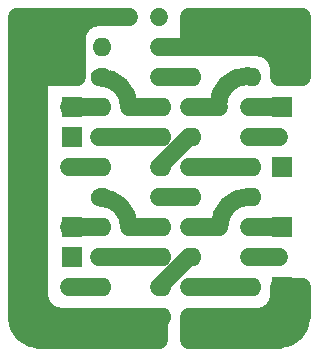
<source format=gbr>
%TF.GenerationSoftware,KiCad,Pcbnew,7.0.5*%
%TF.CreationDate,2024-10-08T16:21:25-04:00*%
%TF.ProjectId,74hc574_to_74ls273_converter,37346863-3537-4345-9f74-6f5f37346c73,rev?*%
%TF.SameCoordinates,Original*%
%TF.FileFunction,Copper,L2,Bot*%
%TF.FilePolarity,Positive*%
%FSLAX46Y46*%
G04 Gerber Fmt 4.6, Leading zero omitted, Abs format (unit mm)*
G04 Created by KiCad (PCBNEW 7.0.5) date 2024-10-08 16:21:25*
%MOMM*%
%LPD*%
G01*
G04 APERTURE LIST*
%TA.AperFunction,NonConductor*%
%ADD10C,1.500000*%
%TD*%
%TA.AperFunction,ComponentPad*%
%ADD11R,1.700000X1.700000*%
%TD*%
%TA.AperFunction,ComponentPad*%
%ADD12R,1.600000X1.600000*%
%TD*%
%TA.AperFunction,ComponentPad*%
%ADD13O,1.600000X1.600000*%
%TD*%
%TA.AperFunction,Conductor*%
%ADD14C,1.500000*%
%TD*%
G04 APERTURE END LIST*
D10*
X1665317Y-27309083D02*
G75*
G03*
X3570299Y-29214083I1904983J-17D01*
G01*
X13734470Y-1889470D02*
X13750000Y-1905000D01*
X8670000Y-1905000D02*
G75*
G03*
X6765000Y-3810000I0J-1905000D01*
G01*
X21356771Y-17105947D02*
G75*
G03*
X18860847Y-19601886I29J-2495953D01*
G01*
X13750000Y-19685000D02*
X11210000Y-19685000D01*
X18830000Y-9525000D02*
X16290000Y-9525000D01*
X13750000Y-9525000D02*
X11210000Y-9525000D01*
X11210024Y-19685000D02*
G75*
G03*
X8714076Y-17189076I-2495924J0D01*
G01*
X18830000Y-19685000D02*
X16290000Y-19685000D01*
X21229885Y-6888961D02*
G75*
G03*
X18733961Y-9384884I15J-2495939D01*
G01*
X23898082Y-6364418D02*
G75*
G03*
X21993053Y-4459418I-1904982J18D01*
G01*
X11202510Y-9502214D02*
G75*
G03*
X8706551Y-7006290I-2495910J14D01*
G01*
X22005000Y-27306200D02*
G75*
G03*
X23910000Y-25401235I0J1905000D01*
G01*
X3579596Y-25376704D02*
G75*
G03*
X5484588Y-27281704I1905004J4D01*
G01*
X23907641Y-29192041D02*
G75*
G03*
X25812641Y-27287023I-41J1905041D01*
G01*
D11*
%TO.P,J1,1,Pin_1*%
%TO.N,/d1*%
X6350000Y-9525000D03*
%TD*%
%TO.P,J8,1,Pin_1*%
%TO.N,/d7*%
X24130000Y-24765000D03*
%TD*%
D12*
%TO.P,U1,1,OE*%
%TO.N,/MR*%
X21590000Y-4445000D03*
D13*
%TO.P,U1,2,D0*%
%TO.N,/d0*%
X21590000Y-6985000D03*
%TO.P,U1,3,D1*%
%TO.N,/d1*%
X21590000Y-9525000D03*
%TO.P,U1,4,D2*%
%TO.N,/d2*%
X21590000Y-12065000D03*
%TO.P,U1,5,D3*%
%TO.N,/d3*%
X21590000Y-14605000D03*
%TO.P,U1,6,D4*%
%TO.N,/d4*%
X21590000Y-17145000D03*
%TO.P,U1,7,D5*%
%TO.N,/d5*%
X21590000Y-19685000D03*
%TO.P,U1,8,D6*%
%TO.N,/d6*%
X21590000Y-22225000D03*
%TO.P,U1,9,D7*%
%TO.N,/d7*%
X21590000Y-24765000D03*
%TO.P,U1,10,GND*%
%TO.N,GND*%
X21590000Y-27305000D03*
%TO.P,U1,11,Cp*%
%TO.N,/CLK*%
X13970000Y-27305000D03*
%TO.P,U1,12,Q7*%
%TO.N,/q7*%
X13970000Y-24765000D03*
%TO.P,U1,13,Q6*%
%TO.N,/q6*%
X13970000Y-22225000D03*
%TO.P,U1,14,Q5*%
%TO.N,/q5*%
X13970000Y-19685000D03*
%TO.P,U1,15,Q4*%
%TO.N,/q4*%
X13970000Y-17145000D03*
%TO.P,U1,16,Q3*%
%TO.N,/q3*%
X13970000Y-14605000D03*
%TO.P,U1,17,Q2*%
%TO.N,/q2*%
X13970000Y-12065000D03*
%TO.P,U1,18,Q1*%
%TO.N,/q1*%
X13970000Y-9525000D03*
%TO.P,U1,19,Q0*%
%TO.N,/q0*%
X13970000Y-6985000D03*
%TO.P,U1,20,VCC*%
%TO.N,+5V*%
X13970000Y-4445000D03*
%TD*%
D11*
%TO.P,J4,1,Pin_1*%
%TO.N,/d7*%
X6350000Y-22225000D03*
%TD*%
%TO.P,J3,1,Pin_1*%
%TO.N,/d5*%
X6350000Y-19685000D03*
%TD*%
%TO.P,J5,1,Pin_1*%
%TO.N,/d1*%
X24130000Y-9525000D03*
%TD*%
%TO.P,J6,1,Pin_1*%
%TO.N,/d3*%
X24130000Y-14605000D03*
%TD*%
%TO.P,J2,1,Pin_1*%
%TO.N,/d3*%
X6350000Y-12065000D03*
%TD*%
D12*
%TO.P,U2,1,~{Mr}*%
%TO.N,+5V*%
X16510000Y-4445000D03*
D13*
%TO.P,U2,2,Q0*%
%TO.N,/q0*%
X16510000Y-6985000D03*
%TO.P,U2,3,D0*%
%TO.N,/d0*%
X16510000Y-9525000D03*
%TO.P,U2,4,D1*%
%TO.N,/d2*%
X16510000Y-12065000D03*
%TO.P,U2,5,Q1*%
%TO.N,/q2*%
X16510000Y-14605000D03*
%TO.P,U2,6,Q2*%
%TO.N,/q4*%
X16510000Y-17145000D03*
%TO.P,U2,7,D2*%
%TO.N,/d4*%
X16510000Y-19685000D03*
%TO.P,U2,8,D3*%
%TO.N,/d6*%
X16510000Y-22225000D03*
%TO.P,U2,9,Q3*%
%TO.N,/q6*%
X16510000Y-24765000D03*
%TO.P,U2,10,GND*%
%TO.N,GND*%
X16510000Y-27305000D03*
%TO.P,U2,11,Cp*%
%TO.N,/CLK*%
X8890000Y-27305000D03*
%TO.P,U2,12,Q4*%
%TO.N,/q7*%
X8890000Y-24765000D03*
%TO.P,U2,13,D4*%
%TO.N,/d7*%
X8890000Y-22225000D03*
%TO.P,U2,14,D5*%
%TO.N,/d5*%
X8890000Y-19685000D03*
%TO.P,U2,15,Q5*%
%TO.N,/q5*%
X8890000Y-17145000D03*
%TO.P,U2,16,Q6*%
%TO.N,/q3*%
X8890000Y-14605000D03*
%TO.P,U2,17,D6*%
%TO.N,/d3*%
X8890000Y-12065000D03*
%TO.P,U2,18,D7*%
%TO.N,/d1*%
X8890000Y-9525000D03*
%TO.P,U2,19,Q7*%
%TO.N,/q1*%
X8890000Y-6985000D03*
%TO.P,U2,20,VCC*%
%TO.N,+5V*%
X8890000Y-4445000D03*
%TD*%
D11*
%TO.P,J7,1,Pin_1*%
%TO.N,/d5*%
X24130000Y-19685000D03*
%TD*%
D14*
%TO.N,/CLK*%
X7455073Y-28519927D02*
X3534927Y-28519927D01*
X11210000Y-27305000D02*
X12480000Y-27305000D01*
X2955000Y-21590000D02*
X3590000Y-22225000D01*
X6765000Y-1905000D02*
X11210000Y-1905000D01*
X3590000Y-3175000D02*
X3590000Y-1905000D01*
X11210000Y-28575000D02*
X10575000Y-29210000D01*
X2955000Y-1905000D02*
X3590000Y-1905000D01*
X6765000Y-1905000D02*
X6765000Y-6985000D01*
X3590000Y-3175000D02*
X6765000Y-3175000D01*
X3590000Y-6985000D02*
X6765000Y-6985000D01*
X2320000Y-27305000D02*
X1685000Y-27305000D01*
X8670000Y-27305000D02*
X7455073Y-28519927D01*
X3590000Y-6985000D02*
X3590000Y-5715000D01*
X3590000Y-4445000D02*
X3590000Y-3175000D01*
X3590000Y-4445000D02*
X6765000Y-4445000D01*
X8670000Y-27305000D02*
X3590000Y-27305000D01*
X3590000Y-1905000D02*
X6765000Y-1905000D01*
X3590000Y-22225000D02*
X3590000Y-6985000D01*
X3590000Y-5715000D02*
X6765000Y-5715000D01*
X10575000Y-29210000D02*
X12480000Y-29210000D01*
X8670000Y-29210000D02*
X9940000Y-29210000D01*
X12480000Y-27305000D02*
X12480000Y-29210000D01*
X4860000Y-29210000D02*
X3590000Y-29210000D01*
X3590000Y-5715000D02*
X3590000Y-4445000D01*
X2955000Y-26670000D02*
X3590000Y-27305000D01*
X8670000Y-27305000D02*
X8670000Y-29210000D01*
X12480000Y-27305000D02*
X13750000Y-27305000D01*
X2955000Y-1905000D02*
X2955000Y-21590000D01*
X9940000Y-27305000D02*
X9940000Y-29210000D01*
X1685000Y-22225000D02*
X1685000Y-27305000D01*
X11210000Y-27305000D02*
X11210000Y-28575000D01*
X1685000Y-1905000D02*
X2955000Y-1905000D01*
X13750000Y-27305000D02*
X13750000Y-29210000D01*
X3534927Y-28519927D02*
X2320000Y-27305000D01*
X3590000Y-22225000D02*
X1685000Y-22225000D01*
X3590000Y-27305000D02*
X3590000Y-22225000D01*
X8670000Y-29210000D02*
X4860000Y-29210000D01*
X9940000Y-27305000D02*
X11210000Y-27305000D01*
X9940000Y-29210000D02*
X10575000Y-29210000D01*
X1685000Y-22225000D02*
X1685000Y-1905000D01*
X8670000Y-27305000D02*
X9940000Y-27305000D01*
X12480000Y-29210000D02*
X13750000Y-29210000D01*
X2955000Y-21590000D02*
X2955000Y-26670000D01*
X3590000Y-27305000D02*
X2320000Y-27305000D01*
X25180000Y-24765000D02*
X25815000Y-24765000D01*
X18830000Y-29210000D02*
X20100000Y-29210000D01*
X24525114Y-27932167D02*
X24565931Y-27886093D01*
X21370000Y-27305000D02*
X23910000Y-27305000D01*
X25815000Y-27305000D02*
X25815000Y-24765000D01*
X23910000Y-27305000D02*
X23910000Y-24765000D01*
X20263757Y-28103757D02*
X22529380Y-28103757D01*
X23910000Y-24765000D02*
X25180000Y-24765000D01*
X23044181Y-28827444D02*
X23195628Y-28770005D01*
X23910000Y-29210000D02*
X23910000Y-28542024D01*
X20100000Y-27305000D02*
X21370000Y-27305000D01*
X20100000Y-29210000D02*
X21370000Y-29210000D01*
X20100000Y-27305000D02*
X20100000Y-29210000D01*
X18830000Y-27305000D02*
X20100000Y-27305000D01*
X16290000Y-27305000D02*
X16290000Y-29210000D01*
X16290000Y-27305000D02*
X17560000Y-27305000D01*
X25180000Y-27272024D02*
X24479025Y-27972999D01*
X22529380Y-28103757D02*
X23195628Y-28770005D01*
X22620262Y-28931934D02*
X23044181Y-28827444D01*
X21370000Y-29210000D02*
X23910000Y-29210000D01*
X20263757Y-28103757D02*
X20263757Y-27314750D01*
X17560000Y-27305000D02*
X17560000Y-29210000D01*
X23910000Y-28542024D02*
X24479025Y-27972999D01*
X21648066Y-28931934D02*
X22620262Y-28931934D01*
X25180000Y-24765000D02*
X25180000Y-27272024D01*
X16290000Y-29210000D02*
X17560000Y-29210000D01*
X21370000Y-29210000D02*
X21648066Y-28931934D01*
X17560000Y-29210000D02*
X18830000Y-29210000D01*
X24479025Y-27972999D02*
X24525114Y-27932167D01*
X18830000Y-27305000D02*
X18830000Y-29210000D01*
X17560000Y-27305000D02*
X18830000Y-27305000D01*
%TO.N,+5V*%
X23910000Y-4445000D02*
X21370000Y-4445000D01*
X25815000Y-3175000D02*
X25815000Y-6985000D01*
X23910000Y-3175000D02*
X23910000Y-1905000D01*
X23910000Y-6985000D02*
X23910000Y-4445000D01*
X23910000Y-4445000D02*
X23910000Y-3175000D01*
X25815000Y-6985000D02*
X24545000Y-6985000D01*
X16290000Y-4445000D02*
X21370000Y-4445000D01*
X25815000Y-1905000D02*
X25815000Y-3175000D01*
X16290000Y-1905000D02*
X16290000Y-4445000D01*
X23910000Y-3175000D02*
X17560000Y-3175000D01*
X24545000Y-6985000D02*
X23910000Y-6985000D01*
X23910000Y-1905000D02*
X16290000Y-1905000D01*
X16290000Y-4445000D02*
X13750000Y-4445000D01*
X24545000Y-3810000D02*
X23910000Y-3175000D01*
X25815000Y-3175000D02*
X23910000Y-3175000D01*
X24545000Y-6985000D02*
X24545000Y-3810000D01*
X23910000Y-1905000D02*
X25815000Y-1905000D01*
%TO.N,/d1*%
X6130000Y-9525000D02*
X8670000Y-9525000D01*
X23910000Y-9525000D02*
X21370000Y-9525000D01*
%TO.N,/d2*%
X8670000Y-12065000D02*
X13750000Y-12065000D01*
X21370000Y-12065000D02*
X23910000Y-12065000D01*
%TO.N,/q3*%
X6130000Y-14605000D02*
X8670000Y-14605000D01*
%TO.N,/d5*%
X23910000Y-19685000D02*
X21370000Y-19685000D01*
X6130000Y-19685000D02*
X8670000Y-19685000D01*
%TO.N,/d6*%
X8670000Y-22225000D02*
X13750000Y-22225000D01*
%TO.N,/q7*%
X6130000Y-24765000D02*
X8670000Y-24765000D01*
%TO.N,/d6*%
X21370000Y-22225000D02*
X23910000Y-22225000D01*
%TO.N,/q7*%
X16290000Y-24765000D02*
X21370000Y-24765000D01*
%TO.N,/q6*%
X16290000Y-22225000D02*
X13750000Y-24765000D01*
%TO.N,/q4*%
X13750000Y-17145000D02*
X16290000Y-17145000D01*
%TO.N,/q3*%
X16290000Y-14605000D02*
X21370000Y-14605000D01*
%TO.N,/q2*%
X13750000Y-14605000D02*
X16290000Y-12065000D01*
%TO.N,/q0*%
X13750000Y-6985000D02*
X16290000Y-6985000D01*
%TD*%
M02*

</source>
